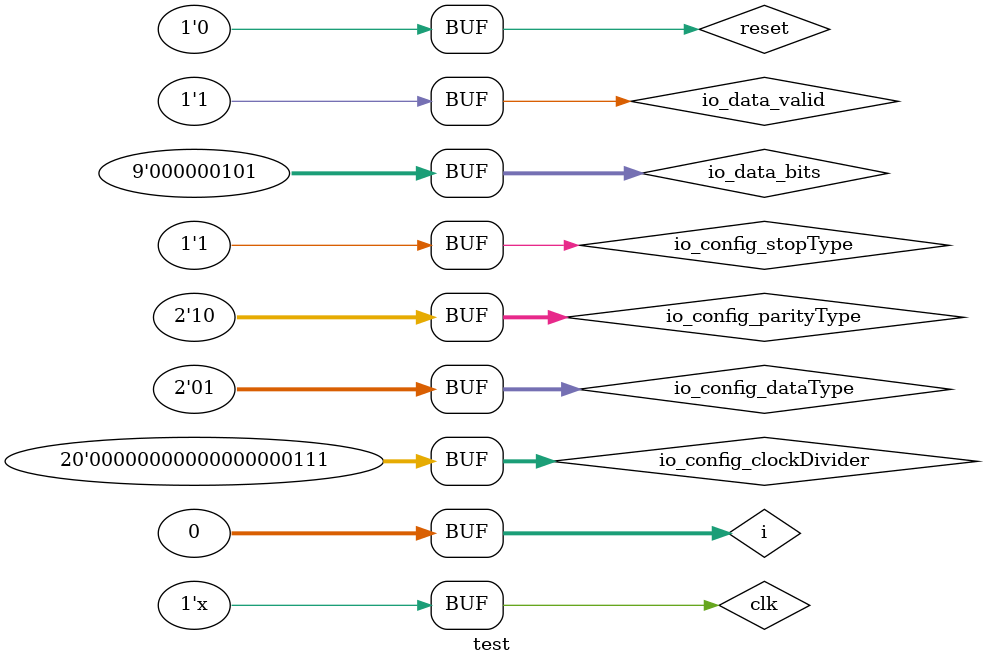
<source format=v>
module test;
  reg [1:0] io_config_dataType;
  reg [0:0] io_config_stopType;
  reg [1:0] io_config_parityType;
  reg [19:0] io_config_clockDivider;
  reg [0:0] io_data_valid;
  reg [8:0] io_data_bits;
  wire [0:0] io_data_ready;
  wire [0:0] io_tx;
  reg reset = 1;
  reg clk = 0;
  parameter clk_length = 10;
  always #(clk_length/2) clk = ~clk;
  /*** DUT instantiation ***/
    UartTx
      UartTx(
        .clk(clk),
        .reset(reset),
        .io_config_dataType(io_config_dataType),
        .io_config_stopType(io_config_stopType),
        .io_config_parityType(io_config_parityType),
        .io_config_clockDivider(io_config_clockDivider),
        .io_data_valid(io_data_valid),
        .io_data_bits(io_data_bits),
        .io_data_ready(io_data_ready),
        .io_tx(io_tx)
 );

  /*** resets &&  VCD / VPD dumps ***/
  initial begin
  reset = 1;
	io_data_valid = 0;
	io_config_dataType = 1;
	io_config_stopType = 1;
	io_config_parityType = 2;
	io_config_clockDivider = 8-1;
  #58;
  reset = 0;
	#clk_length;
	io_data_valid = 1;
	io_data_bits = 8'h5;
  end

  /*** ROM & Mem initialization ***/
  integer i = 0;
  initial begin
  #50;
  end

endmodule

</source>
